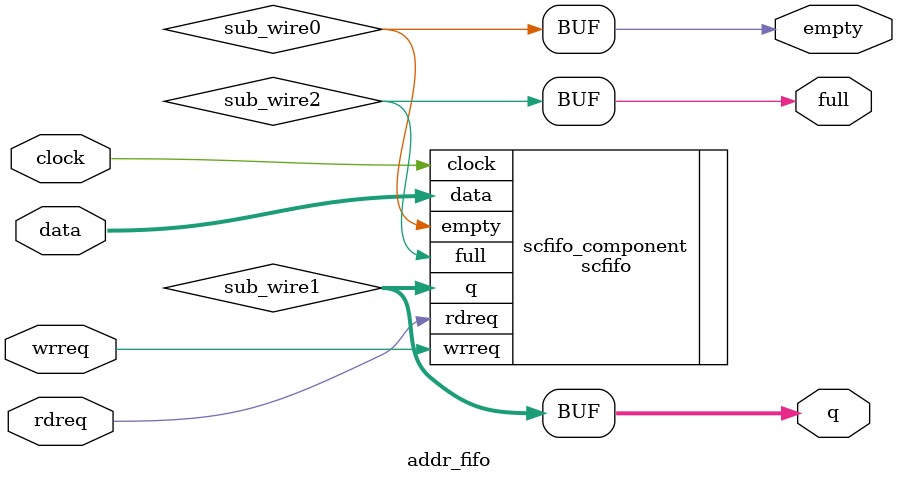
<source format=v>
`timescale 1 ps / 1 ps
module addr_fifo (
	clock,
	data,
	rdreq,
	wrreq,
	empty,
	full,
	q);

	parameter FIFOSIZE = 16, FIFOSIZEWIDTH = 4, FIFOWIDTH = 7;

	input	  clock;
	input	[FIFOWIDTH-1:0]  data;
	input	  rdreq;
	input	  wrreq;
	output	  empty;
	output	  full;
	output	[FIFOWIDTH-1:0]  q;

	wire  sub_wire0;
	wire [FIFOWIDTH-1:0] sub_wire1;
	wire  sub_wire2;
	wire  empty = sub_wire0;
	wire [FIFOWIDTH-1:0] q = sub_wire1[FIFOWIDTH-1:0];
	wire  full = sub_wire2;

	scfifo	scfifo_component (
				.rdreq (rdreq),
				.clock (clock),
				.wrreq (wrreq),
				.data (data),
				.empty (sub_wire0),
				.q (sub_wire1),
				.full (sub_wire2)
				// synopsys translate_off
				,
				.aclr (),
				.almost_empty (),
				.almost_full (),
				.sclr (),
				.usedw ()
				// synopsys translate_on
				);
	defparam
		scfifo_component.add_ram_output_register = "ON",
		scfifo_component.intended_device_family = "Stratix III",
		scfifo_component.lpm_numwords = FIFOSIZE,
		scfifo_component.lpm_showahead = "OFF",
		scfifo_component.lpm_type = "scfifo",
		scfifo_component.lpm_width = FIFOWIDTH,
		scfifo_component.lpm_widthu = FIFOSIZEWIDTH,
		scfifo_component.overflow_checking = "OFF",
		scfifo_component.underflow_checking = "OFF",
		scfifo_component.use_eab = "ON";


endmodule

</source>
